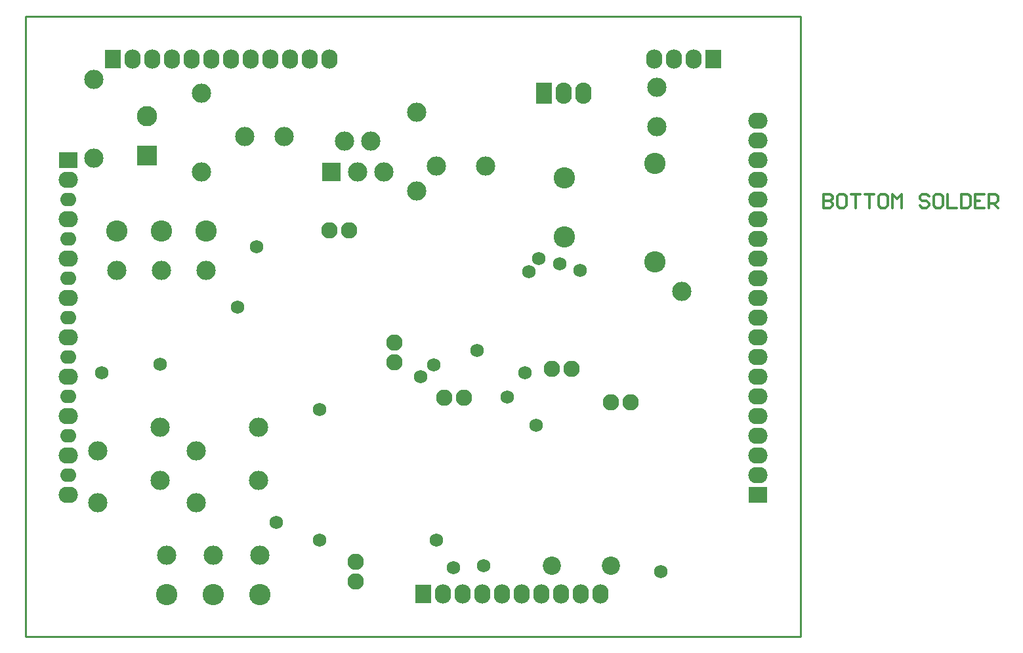
<source format=gbs>
%FSLAX25Y25*%
%MOIN*%
G70*
G01*
G75*
G04 Layer_Color=16711935*
%ADD10C,0.01800*%
%ADD11C,0.04000*%
%ADD12C,0.02000*%
%ADD13C,0.02200*%
%ADD14C,0.02400*%
%ADD15C,0.03200*%
%ADD16C,0.03000*%
%ADD17R,0.05512X0.06693*%
%ADD18O,0.09843X0.02756*%
%ADD19R,0.05118X0.06693*%
%ADD20R,0.06693X0.05512*%
%ADD21C,0.00800*%
%ADD22C,0.01200*%
%ADD23C,0.09000*%
%ADD24O,0.07500X0.09000*%
%ADD25R,0.07500X0.09000*%
%ADD26O,0.09000X0.07500*%
%ADD27O,0.07500X0.06000*%
%ADD28R,0.09000X0.07500*%
%ADD29R,0.09500X0.09500*%
%ADD30C,0.09500*%
%ADD31C,0.10000*%
%ADD32R,0.09000X0.09000*%
%ADD33C,0.07500*%
%ADD34C,0.08500*%
%ADD35R,0.07500X0.10000*%
%ADD36O,0.07500X0.10000*%
%ADD37C,0.06000*%
%ADD38C,0.01400*%
%ADD39C,0.01500*%
%ADD40C,0.01000*%
%ADD41C,0.00984*%
%ADD42C,0.00787*%
%ADD43C,0.00400*%
G04:AMPARAMS|DCode=44|XSize=18.01mil|YSize=15.73mil|CornerRadius=0mil|HoleSize=0mil|Usage=FLASHONLY|Rotation=233.000|XOffset=0mil|YOffset=0mil|HoleType=Round|Shape=Rectangle|*
%AMROTATEDRECTD44*
4,1,4,-0.00086,0.01193,0.01170,0.00246,0.00086,-0.01193,-0.01170,-0.00246,-0.00086,0.01193,0.0*
%
%ADD44ROTATEDRECTD44*%

G04:AMPARAMS|DCode=45|XSize=18.01mil|YSize=15.74mil|CornerRadius=0mil|HoleSize=0mil|Usage=FLASHONLY|Rotation=307.000|XOffset=0mil|YOffset=0mil|HoleType=Round|Shape=Rectangle|*
%AMROTATEDRECTD45*
4,1,4,-0.01170,0.00246,0.00087,0.01193,0.01170,-0.00246,-0.00087,-0.01193,-0.01170,0.00246,0.0*
%
%ADD45ROTATEDRECTD45*%

G04:AMPARAMS|DCode=46|XSize=18.01mil|YSize=15.73mil|CornerRadius=0mil|HoleSize=0mil|Usage=FLASHONLY|Rotation=37.000|XOffset=0mil|YOffset=0mil|HoleType=Round|Shape=Rectangle|*
%AMROTATEDRECTD46*
4,1,4,-0.00246,-0.01170,-0.01193,0.00087,0.00246,0.01170,0.01193,-0.00087,-0.00246,-0.01170,0.0*
%
%ADD46ROTATEDRECTD46*%

G04:AMPARAMS|DCode=47|XSize=18.01mil|YSize=15.74mil|CornerRadius=0mil|HoleSize=0mil|Usage=FLASHONLY|Rotation=323.000|XOffset=0mil|YOffset=0mil|HoleType=Round|Shape=Rectangle|*
%AMROTATEDRECTD47*
4,1,4,-0.01193,-0.00087,-0.00246,0.01170,0.01193,0.00087,0.00246,-0.01170,-0.01193,-0.00087,0.0*
%
%ADD47ROTATEDRECTD47*%

G04:AMPARAMS|DCode=48|XSize=18.01mil|YSize=15.73mil|CornerRadius=0mil|HoleSize=0mil|Usage=FLASHONLY|Rotation=53.000|XOffset=0mil|YOffset=0mil|HoleType=Round|Shape=Rectangle|*
%AMROTATEDRECTD48*
4,1,4,0.00087,-0.01193,-0.01170,-0.00246,-0.00087,0.01193,0.01170,0.00246,0.00087,-0.01193,0.0*
%
%ADD48ROTATEDRECTD48*%

G04:AMPARAMS|DCode=49|XSize=18.01mil|YSize=15.74mil|CornerRadius=0mil|HoleSize=0mil|Usage=FLASHONLY|Rotation=323.000|XOffset=0mil|YOffset=0mil|HoleType=Round|Shape=Rectangle|*
%AMROTATEDRECTD49*
4,1,4,-0.01193,-0.00087,-0.00246,0.01170,0.01193,0.00087,0.00246,-0.01170,-0.01193,-0.00087,0.0*
%
%ADD49ROTATEDRECTD49*%

%ADD50R,0.07874X0.03937*%
%ADD51R,0.05000X0.06000*%
%ADD52R,0.06312X0.07493*%
%ADD53O,0.10642X0.03556*%
%ADD54R,0.05918X0.07493*%
%ADD55R,0.07493X0.06312*%
%ADD56C,0.09800*%
%ADD57O,0.08300X0.09800*%
%ADD58R,0.08300X0.09800*%
%ADD59O,0.09800X0.08300*%
%ADD60O,0.08300X0.06800*%
%ADD61R,0.09800X0.08300*%
%ADD62R,0.10300X0.10300*%
%ADD63C,0.10300*%
%ADD64C,0.10800*%
%ADD65R,0.09800X0.09800*%
%ADD66C,0.08300*%
%ADD67C,0.00800*%
%ADD68C,0.09300*%
%ADD69R,0.08300X0.10800*%
%ADD70O,0.08300X0.10800*%
%ADD71C,0.06800*%
D22*
X799100Y618398D02*
Y611400D01*
X802599D01*
X803765Y612566D01*
Y613733D01*
X802599Y614899D01*
X799100D01*
X802599D01*
X803765Y616065D01*
Y617232D01*
X802599Y618398D01*
X799100D01*
X809597D02*
X807264D01*
X806098Y617232D01*
Y612566D01*
X807264Y611400D01*
X809597D01*
X810763Y612566D01*
Y617232D01*
X809597Y618398D01*
X813095D02*
X817761D01*
X815428D01*
Y611400D01*
X820093Y618398D02*
X824758D01*
X822426D01*
Y611400D01*
X830590Y618398D02*
X828257D01*
X827091Y617232D01*
Y612566D01*
X828257Y611400D01*
X830590D01*
X831756Y612566D01*
Y617232D01*
X830590Y618398D01*
X834089Y611400D02*
Y618398D01*
X836421Y616065D01*
X838754Y618398D01*
Y611400D01*
X852749Y617232D02*
X851583Y618398D01*
X849251D01*
X848084Y617232D01*
Y616065D01*
X849251Y614899D01*
X851583D01*
X852749Y613733D01*
Y612566D01*
X851583Y611400D01*
X849251D01*
X848084Y612566D01*
X858581Y618398D02*
X856248D01*
X855082Y617232D01*
Y612566D01*
X856248Y611400D01*
X858581D01*
X859747Y612566D01*
Y617232D01*
X858581Y618398D01*
X862080D02*
Y611400D01*
X866745D01*
X869077Y618398D02*
Y611400D01*
X872576D01*
X873743Y612566D01*
Y617232D01*
X872576Y618398D01*
X869077D01*
X880740D02*
X876075D01*
Y611400D01*
X880740D01*
X876075Y614899D02*
X878408D01*
X883073Y611400D02*
Y618398D01*
X886572D01*
X887738Y617232D01*
Y614899D01*
X886572Y613733D01*
X883073D01*
X885406D02*
X887738Y611400D01*
D40*
X393701Y393701D02*
X787402D01*
Y708661D01*
X393701D02*
X787402D01*
X393701Y393701D02*
Y708661D01*
D56*
X480500Y488000D02*
D03*
X430500D02*
D03*
X480500Y461500D02*
D03*
X430500D02*
D03*
X483000Y629500D02*
D03*
Y669500D02*
D03*
X592500Y620000D02*
D03*
Y660000D02*
D03*
X525000Y647500D02*
D03*
X505000D02*
D03*
X714500Y652500D02*
D03*
Y672500D02*
D03*
X555807Y645374D02*
D03*
X562500Y629626D02*
D03*
X569193Y645374D02*
D03*
X575886Y629626D02*
D03*
X485500Y579500D02*
D03*
X462750D02*
D03*
X440000D02*
D03*
X512882Y434913D02*
D03*
X489260D02*
D03*
X465638D02*
D03*
X602500Y632500D02*
D03*
X627500D02*
D03*
X428500Y676500D02*
D03*
Y636500D02*
D03*
X512000Y500000D02*
D03*
X462000D02*
D03*
X512000Y473000D02*
D03*
X462000D02*
D03*
X727000Y569000D02*
D03*
D57*
X615669Y415354D02*
D03*
X685669D02*
D03*
X675669D02*
D03*
X665669D02*
D03*
X655669D02*
D03*
X645669D02*
D03*
X635669D02*
D03*
X625669D02*
D03*
X605669D02*
D03*
X448032Y687008D02*
D03*
X458032D02*
D03*
X468032D02*
D03*
X478032D02*
D03*
X488032D02*
D03*
X498032D02*
D03*
X508032D02*
D03*
X518032D02*
D03*
X528032D02*
D03*
X538032D02*
D03*
X548032D02*
D03*
X733071D02*
D03*
X723071D02*
D03*
X713071D02*
D03*
D58*
X595669Y415354D02*
D03*
X438032Y687008D02*
D03*
X743071D02*
D03*
D59*
X415354Y465591D02*
D03*
Y485591D02*
D03*
Y505591D02*
D03*
Y525591D02*
D03*
Y545591D02*
D03*
Y565591D02*
D03*
Y585591D02*
D03*
Y605591D02*
D03*
Y625591D02*
D03*
X765748Y655591D02*
D03*
Y645591D02*
D03*
Y635591D02*
D03*
Y625591D02*
D03*
Y615591D02*
D03*
Y605591D02*
D03*
Y595591D02*
D03*
Y585591D02*
D03*
Y575591D02*
D03*
Y565591D02*
D03*
Y555591D02*
D03*
Y545591D02*
D03*
Y535591D02*
D03*
Y525591D02*
D03*
Y515591D02*
D03*
Y505591D02*
D03*
Y495591D02*
D03*
Y485591D02*
D03*
Y475591D02*
D03*
D60*
X415354D02*
D03*
Y495591D02*
D03*
Y515591D02*
D03*
Y535591D02*
D03*
Y555591D02*
D03*
Y575591D02*
D03*
Y595591D02*
D03*
Y615591D02*
D03*
D61*
Y635591D02*
D03*
X765748Y465591D02*
D03*
D62*
X455500Y638000D02*
D03*
D63*
Y658000D02*
D03*
D64*
X713500Y634000D02*
D03*
Y584000D02*
D03*
X667500Y626500D02*
D03*
Y596500D02*
D03*
X485500Y599500D02*
D03*
X462750D02*
D03*
X440000D02*
D03*
X512882Y414913D02*
D03*
X489260D02*
D03*
X465638D02*
D03*
D65*
X549114Y629626D02*
D03*
D66*
X548000Y600000D02*
D03*
X558000D02*
D03*
X581000Y533000D02*
D03*
Y543000D02*
D03*
X671000Y529500D02*
D03*
X661000D02*
D03*
X701000Y512500D02*
D03*
X691000D02*
D03*
X561500Y421500D02*
D03*
Y431500D02*
D03*
X616500Y515000D02*
D03*
X606500D02*
D03*
D68*
X661000Y429500D02*
D03*
X691000D02*
D03*
D69*
X657000Y669500D02*
D03*
D70*
X667000D02*
D03*
X677000D02*
D03*
D71*
X432500Y527500D02*
D03*
X511000Y591500D02*
D03*
X501500Y561000D02*
D03*
X654500Y585500D02*
D03*
X649500Y579000D02*
D03*
X665000Y583000D02*
D03*
X602500Y442500D02*
D03*
X675500Y579500D02*
D03*
X626500Y429500D02*
D03*
X611000Y428500D02*
D03*
X594500Y525500D02*
D03*
X638453Y515453D02*
D03*
X623000Y539000D02*
D03*
X543000Y509000D02*
D03*
Y442500D02*
D03*
X462000Y532000D02*
D03*
X653000Y501000D02*
D03*
X647500Y527500D02*
D03*
X601000Y531500D02*
D03*
X521000Y451500D02*
D03*
X716500Y426500D02*
D03*
M02*

</source>
